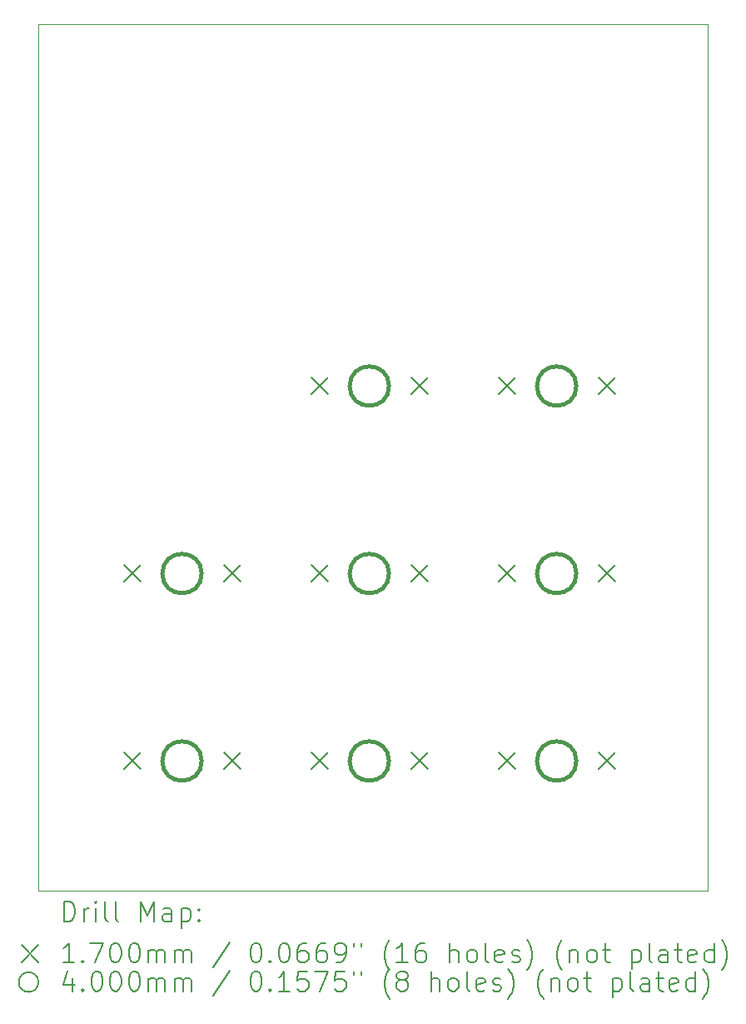
<source format=gbr>
%TF.GenerationSoftware,KiCad,Pcbnew,9.0.3*%
%TF.CreationDate,2025-07-29T19:54:15+10:00*%
%TF.ProjectId,NyaPad,4e796150-6164-42e6-9b69-6361645f7063,rev?*%
%TF.SameCoordinates,Original*%
%TF.FileFunction,Drillmap*%
%TF.FilePolarity,Positive*%
%FSLAX45Y45*%
G04 Gerber Fmt 4.5, Leading zero omitted, Abs format (unit mm)*
G04 Created by KiCad (PCBNEW 9.0.3) date 2025-07-29 19:54:15*
%MOMM*%
%LPD*%
G01*
G04 APERTURE LIST*
%ADD10C,0.050000*%
%ADD11C,0.200000*%
%ADD12C,0.170000*%
%ADD13C,0.400000*%
G04 APERTURE END LIST*
D10*
X10020000Y-6200000D02*
X16820000Y-6200000D01*
X16820000Y-15000000D01*
X10020000Y-15000000D01*
X10020000Y-6200000D01*
D11*
D12*
X10884625Y-11695772D02*
X11054625Y-11865772D01*
X11054625Y-11695772D02*
X10884625Y-11865772D01*
X10884625Y-13600772D02*
X11054625Y-13770772D01*
X11054625Y-13600772D02*
X10884625Y-13770772D01*
X11900625Y-11695772D02*
X12070625Y-11865772D01*
X12070625Y-11695772D02*
X11900625Y-11865772D01*
X11900625Y-13600772D02*
X12070625Y-13770772D01*
X12070625Y-13600772D02*
X11900625Y-13770772D01*
X12789625Y-9790773D02*
X12959625Y-9960773D01*
X12959625Y-9790773D02*
X12789625Y-9960773D01*
X12789625Y-11695772D02*
X12959625Y-11865772D01*
X12959625Y-11695772D02*
X12789625Y-11865772D01*
X12789625Y-13600772D02*
X12959625Y-13770772D01*
X12959625Y-13600772D02*
X12789625Y-13770772D01*
X13805625Y-9790773D02*
X13975625Y-9960773D01*
X13975625Y-9790773D02*
X13805625Y-9960773D01*
X13805625Y-11695772D02*
X13975625Y-11865772D01*
X13975625Y-11695772D02*
X13805625Y-11865772D01*
X13805625Y-13600772D02*
X13975625Y-13770772D01*
X13975625Y-13600772D02*
X13805625Y-13770772D01*
X14694625Y-9790773D02*
X14864625Y-9960773D01*
X14864625Y-9790773D02*
X14694625Y-9960773D01*
X14694625Y-11695772D02*
X14864625Y-11865772D01*
X14864625Y-11695772D02*
X14694625Y-11865772D01*
X14694625Y-13600772D02*
X14864625Y-13770772D01*
X14864625Y-13600772D02*
X14694625Y-13770772D01*
X15710625Y-9790773D02*
X15880625Y-9960773D01*
X15880625Y-9790773D02*
X15710625Y-9960773D01*
X15710625Y-11695772D02*
X15880625Y-11865772D01*
X15880625Y-11695772D02*
X15710625Y-11865772D01*
X15710625Y-13600772D02*
X15880625Y-13770772D01*
X15880625Y-13600772D02*
X15710625Y-13770772D01*
D13*
X11677625Y-11780772D02*
G75*
G02*
X11277625Y-11780772I-200000J0D01*
G01*
X11277625Y-11780772D02*
G75*
G02*
X11677625Y-11780772I200000J0D01*
G01*
X11677625Y-13685772D02*
G75*
G02*
X11277625Y-13685772I-200000J0D01*
G01*
X11277625Y-13685772D02*
G75*
G02*
X11677625Y-13685772I200000J0D01*
G01*
X13582625Y-9875773D02*
G75*
G02*
X13182625Y-9875773I-200000J0D01*
G01*
X13182625Y-9875773D02*
G75*
G02*
X13582625Y-9875773I200000J0D01*
G01*
X13582625Y-11780772D02*
G75*
G02*
X13182625Y-11780772I-200000J0D01*
G01*
X13182625Y-11780772D02*
G75*
G02*
X13582625Y-11780772I200000J0D01*
G01*
X13582625Y-13685772D02*
G75*
G02*
X13182625Y-13685772I-200000J0D01*
G01*
X13182625Y-13685772D02*
G75*
G02*
X13582625Y-13685772I200000J0D01*
G01*
X15487625Y-9875773D02*
G75*
G02*
X15087625Y-9875773I-200000J0D01*
G01*
X15087625Y-9875773D02*
G75*
G02*
X15487625Y-9875773I200000J0D01*
G01*
X15487625Y-11780772D02*
G75*
G02*
X15087625Y-11780772I-200000J0D01*
G01*
X15087625Y-11780772D02*
G75*
G02*
X15487625Y-11780772I200000J0D01*
G01*
X15487625Y-13685772D02*
G75*
G02*
X15087625Y-13685772I-200000J0D01*
G01*
X15087625Y-13685772D02*
G75*
G02*
X15487625Y-13685772I200000J0D01*
G01*
D11*
X10278277Y-15313984D02*
X10278277Y-15113984D01*
X10278277Y-15113984D02*
X10325896Y-15113984D01*
X10325896Y-15113984D02*
X10354467Y-15123508D01*
X10354467Y-15123508D02*
X10373515Y-15142555D01*
X10373515Y-15142555D02*
X10383039Y-15161603D01*
X10383039Y-15161603D02*
X10392563Y-15199698D01*
X10392563Y-15199698D02*
X10392563Y-15228269D01*
X10392563Y-15228269D02*
X10383039Y-15266365D01*
X10383039Y-15266365D02*
X10373515Y-15285412D01*
X10373515Y-15285412D02*
X10354467Y-15304460D01*
X10354467Y-15304460D02*
X10325896Y-15313984D01*
X10325896Y-15313984D02*
X10278277Y-15313984D01*
X10478277Y-15313984D02*
X10478277Y-15180650D01*
X10478277Y-15218746D02*
X10487801Y-15199698D01*
X10487801Y-15199698D02*
X10497324Y-15190174D01*
X10497324Y-15190174D02*
X10516372Y-15180650D01*
X10516372Y-15180650D02*
X10535420Y-15180650D01*
X10602086Y-15313984D02*
X10602086Y-15180650D01*
X10602086Y-15113984D02*
X10592563Y-15123508D01*
X10592563Y-15123508D02*
X10602086Y-15133031D01*
X10602086Y-15133031D02*
X10611610Y-15123508D01*
X10611610Y-15123508D02*
X10602086Y-15113984D01*
X10602086Y-15113984D02*
X10602086Y-15133031D01*
X10725896Y-15313984D02*
X10706848Y-15304460D01*
X10706848Y-15304460D02*
X10697324Y-15285412D01*
X10697324Y-15285412D02*
X10697324Y-15113984D01*
X10830658Y-15313984D02*
X10811610Y-15304460D01*
X10811610Y-15304460D02*
X10802086Y-15285412D01*
X10802086Y-15285412D02*
X10802086Y-15113984D01*
X11059229Y-15313984D02*
X11059229Y-15113984D01*
X11059229Y-15113984D02*
X11125896Y-15256841D01*
X11125896Y-15256841D02*
X11192562Y-15113984D01*
X11192562Y-15113984D02*
X11192562Y-15313984D01*
X11373515Y-15313984D02*
X11373515Y-15209222D01*
X11373515Y-15209222D02*
X11363991Y-15190174D01*
X11363991Y-15190174D02*
X11344943Y-15180650D01*
X11344943Y-15180650D02*
X11306848Y-15180650D01*
X11306848Y-15180650D02*
X11287801Y-15190174D01*
X11373515Y-15304460D02*
X11354467Y-15313984D01*
X11354467Y-15313984D02*
X11306848Y-15313984D01*
X11306848Y-15313984D02*
X11287801Y-15304460D01*
X11287801Y-15304460D02*
X11278277Y-15285412D01*
X11278277Y-15285412D02*
X11278277Y-15266365D01*
X11278277Y-15266365D02*
X11287801Y-15247317D01*
X11287801Y-15247317D02*
X11306848Y-15237793D01*
X11306848Y-15237793D02*
X11354467Y-15237793D01*
X11354467Y-15237793D02*
X11373515Y-15228269D01*
X11468753Y-15180650D02*
X11468753Y-15380650D01*
X11468753Y-15190174D02*
X11487801Y-15180650D01*
X11487801Y-15180650D02*
X11525896Y-15180650D01*
X11525896Y-15180650D02*
X11544943Y-15190174D01*
X11544943Y-15190174D02*
X11554467Y-15199698D01*
X11554467Y-15199698D02*
X11563991Y-15218746D01*
X11563991Y-15218746D02*
X11563991Y-15275888D01*
X11563991Y-15275888D02*
X11554467Y-15294936D01*
X11554467Y-15294936D02*
X11544943Y-15304460D01*
X11544943Y-15304460D02*
X11525896Y-15313984D01*
X11525896Y-15313984D02*
X11487801Y-15313984D01*
X11487801Y-15313984D02*
X11468753Y-15304460D01*
X11649705Y-15294936D02*
X11659229Y-15304460D01*
X11659229Y-15304460D02*
X11649705Y-15313984D01*
X11649705Y-15313984D02*
X11640182Y-15304460D01*
X11640182Y-15304460D02*
X11649705Y-15294936D01*
X11649705Y-15294936D02*
X11649705Y-15313984D01*
X11649705Y-15190174D02*
X11659229Y-15199698D01*
X11659229Y-15199698D02*
X11649705Y-15209222D01*
X11649705Y-15209222D02*
X11640182Y-15199698D01*
X11640182Y-15199698D02*
X11649705Y-15190174D01*
X11649705Y-15190174D02*
X11649705Y-15209222D01*
D12*
X9847500Y-15557500D02*
X10017500Y-15727500D01*
X10017500Y-15557500D02*
X9847500Y-15727500D01*
D11*
X10383039Y-15733984D02*
X10268753Y-15733984D01*
X10325896Y-15733984D02*
X10325896Y-15533984D01*
X10325896Y-15533984D02*
X10306848Y-15562555D01*
X10306848Y-15562555D02*
X10287801Y-15581603D01*
X10287801Y-15581603D02*
X10268753Y-15591127D01*
X10468753Y-15714936D02*
X10478277Y-15724460D01*
X10478277Y-15724460D02*
X10468753Y-15733984D01*
X10468753Y-15733984D02*
X10459229Y-15724460D01*
X10459229Y-15724460D02*
X10468753Y-15714936D01*
X10468753Y-15714936D02*
X10468753Y-15733984D01*
X10544944Y-15533984D02*
X10678277Y-15533984D01*
X10678277Y-15533984D02*
X10592563Y-15733984D01*
X10792563Y-15533984D02*
X10811610Y-15533984D01*
X10811610Y-15533984D02*
X10830658Y-15543508D01*
X10830658Y-15543508D02*
X10840182Y-15553031D01*
X10840182Y-15553031D02*
X10849705Y-15572079D01*
X10849705Y-15572079D02*
X10859229Y-15610174D01*
X10859229Y-15610174D02*
X10859229Y-15657793D01*
X10859229Y-15657793D02*
X10849705Y-15695888D01*
X10849705Y-15695888D02*
X10840182Y-15714936D01*
X10840182Y-15714936D02*
X10830658Y-15724460D01*
X10830658Y-15724460D02*
X10811610Y-15733984D01*
X10811610Y-15733984D02*
X10792563Y-15733984D01*
X10792563Y-15733984D02*
X10773515Y-15724460D01*
X10773515Y-15724460D02*
X10763991Y-15714936D01*
X10763991Y-15714936D02*
X10754467Y-15695888D01*
X10754467Y-15695888D02*
X10744944Y-15657793D01*
X10744944Y-15657793D02*
X10744944Y-15610174D01*
X10744944Y-15610174D02*
X10754467Y-15572079D01*
X10754467Y-15572079D02*
X10763991Y-15553031D01*
X10763991Y-15553031D02*
X10773515Y-15543508D01*
X10773515Y-15543508D02*
X10792563Y-15533984D01*
X10983039Y-15533984D02*
X11002086Y-15533984D01*
X11002086Y-15533984D02*
X11021134Y-15543508D01*
X11021134Y-15543508D02*
X11030658Y-15553031D01*
X11030658Y-15553031D02*
X11040182Y-15572079D01*
X11040182Y-15572079D02*
X11049705Y-15610174D01*
X11049705Y-15610174D02*
X11049705Y-15657793D01*
X11049705Y-15657793D02*
X11040182Y-15695888D01*
X11040182Y-15695888D02*
X11030658Y-15714936D01*
X11030658Y-15714936D02*
X11021134Y-15724460D01*
X11021134Y-15724460D02*
X11002086Y-15733984D01*
X11002086Y-15733984D02*
X10983039Y-15733984D01*
X10983039Y-15733984D02*
X10963991Y-15724460D01*
X10963991Y-15724460D02*
X10954467Y-15714936D01*
X10954467Y-15714936D02*
X10944944Y-15695888D01*
X10944944Y-15695888D02*
X10935420Y-15657793D01*
X10935420Y-15657793D02*
X10935420Y-15610174D01*
X10935420Y-15610174D02*
X10944944Y-15572079D01*
X10944944Y-15572079D02*
X10954467Y-15553031D01*
X10954467Y-15553031D02*
X10963991Y-15543508D01*
X10963991Y-15543508D02*
X10983039Y-15533984D01*
X11135420Y-15733984D02*
X11135420Y-15600650D01*
X11135420Y-15619698D02*
X11144944Y-15610174D01*
X11144944Y-15610174D02*
X11163991Y-15600650D01*
X11163991Y-15600650D02*
X11192563Y-15600650D01*
X11192563Y-15600650D02*
X11211610Y-15610174D01*
X11211610Y-15610174D02*
X11221134Y-15629222D01*
X11221134Y-15629222D02*
X11221134Y-15733984D01*
X11221134Y-15629222D02*
X11230658Y-15610174D01*
X11230658Y-15610174D02*
X11249705Y-15600650D01*
X11249705Y-15600650D02*
X11278277Y-15600650D01*
X11278277Y-15600650D02*
X11297324Y-15610174D01*
X11297324Y-15610174D02*
X11306848Y-15629222D01*
X11306848Y-15629222D02*
X11306848Y-15733984D01*
X11402086Y-15733984D02*
X11402086Y-15600650D01*
X11402086Y-15619698D02*
X11411610Y-15610174D01*
X11411610Y-15610174D02*
X11430658Y-15600650D01*
X11430658Y-15600650D02*
X11459229Y-15600650D01*
X11459229Y-15600650D02*
X11478277Y-15610174D01*
X11478277Y-15610174D02*
X11487801Y-15629222D01*
X11487801Y-15629222D02*
X11487801Y-15733984D01*
X11487801Y-15629222D02*
X11497324Y-15610174D01*
X11497324Y-15610174D02*
X11516372Y-15600650D01*
X11516372Y-15600650D02*
X11544943Y-15600650D01*
X11544943Y-15600650D02*
X11563991Y-15610174D01*
X11563991Y-15610174D02*
X11573515Y-15629222D01*
X11573515Y-15629222D02*
X11573515Y-15733984D01*
X11963991Y-15524460D02*
X11792563Y-15781603D01*
X12221134Y-15533984D02*
X12240182Y-15533984D01*
X12240182Y-15533984D02*
X12259229Y-15543508D01*
X12259229Y-15543508D02*
X12268753Y-15553031D01*
X12268753Y-15553031D02*
X12278277Y-15572079D01*
X12278277Y-15572079D02*
X12287801Y-15610174D01*
X12287801Y-15610174D02*
X12287801Y-15657793D01*
X12287801Y-15657793D02*
X12278277Y-15695888D01*
X12278277Y-15695888D02*
X12268753Y-15714936D01*
X12268753Y-15714936D02*
X12259229Y-15724460D01*
X12259229Y-15724460D02*
X12240182Y-15733984D01*
X12240182Y-15733984D02*
X12221134Y-15733984D01*
X12221134Y-15733984D02*
X12202086Y-15724460D01*
X12202086Y-15724460D02*
X12192563Y-15714936D01*
X12192563Y-15714936D02*
X12183039Y-15695888D01*
X12183039Y-15695888D02*
X12173515Y-15657793D01*
X12173515Y-15657793D02*
X12173515Y-15610174D01*
X12173515Y-15610174D02*
X12183039Y-15572079D01*
X12183039Y-15572079D02*
X12192563Y-15553031D01*
X12192563Y-15553031D02*
X12202086Y-15543508D01*
X12202086Y-15543508D02*
X12221134Y-15533984D01*
X12373515Y-15714936D02*
X12383039Y-15724460D01*
X12383039Y-15724460D02*
X12373515Y-15733984D01*
X12373515Y-15733984D02*
X12363991Y-15724460D01*
X12363991Y-15724460D02*
X12373515Y-15714936D01*
X12373515Y-15714936D02*
X12373515Y-15733984D01*
X12506848Y-15533984D02*
X12525896Y-15533984D01*
X12525896Y-15533984D02*
X12544944Y-15543508D01*
X12544944Y-15543508D02*
X12554467Y-15553031D01*
X12554467Y-15553031D02*
X12563991Y-15572079D01*
X12563991Y-15572079D02*
X12573515Y-15610174D01*
X12573515Y-15610174D02*
X12573515Y-15657793D01*
X12573515Y-15657793D02*
X12563991Y-15695888D01*
X12563991Y-15695888D02*
X12554467Y-15714936D01*
X12554467Y-15714936D02*
X12544944Y-15724460D01*
X12544944Y-15724460D02*
X12525896Y-15733984D01*
X12525896Y-15733984D02*
X12506848Y-15733984D01*
X12506848Y-15733984D02*
X12487801Y-15724460D01*
X12487801Y-15724460D02*
X12478277Y-15714936D01*
X12478277Y-15714936D02*
X12468753Y-15695888D01*
X12468753Y-15695888D02*
X12459229Y-15657793D01*
X12459229Y-15657793D02*
X12459229Y-15610174D01*
X12459229Y-15610174D02*
X12468753Y-15572079D01*
X12468753Y-15572079D02*
X12478277Y-15553031D01*
X12478277Y-15553031D02*
X12487801Y-15543508D01*
X12487801Y-15543508D02*
X12506848Y-15533984D01*
X12744944Y-15533984D02*
X12706848Y-15533984D01*
X12706848Y-15533984D02*
X12687801Y-15543508D01*
X12687801Y-15543508D02*
X12678277Y-15553031D01*
X12678277Y-15553031D02*
X12659229Y-15581603D01*
X12659229Y-15581603D02*
X12649706Y-15619698D01*
X12649706Y-15619698D02*
X12649706Y-15695888D01*
X12649706Y-15695888D02*
X12659229Y-15714936D01*
X12659229Y-15714936D02*
X12668753Y-15724460D01*
X12668753Y-15724460D02*
X12687801Y-15733984D01*
X12687801Y-15733984D02*
X12725896Y-15733984D01*
X12725896Y-15733984D02*
X12744944Y-15724460D01*
X12744944Y-15724460D02*
X12754467Y-15714936D01*
X12754467Y-15714936D02*
X12763991Y-15695888D01*
X12763991Y-15695888D02*
X12763991Y-15648269D01*
X12763991Y-15648269D02*
X12754467Y-15629222D01*
X12754467Y-15629222D02*
X12744944Y-15619698D01*
X12744944Y-15619698D02*
X12725896Y-15610174D01*
X12725896Y-15610174D02*
X12687801Y-15610174D01*
X12687801Y-15610174D02*
X12668753Y-15619698D01*
X12668753Y-15619698D02*
X12659229Y-15629222D01*
X12659229Y-15629222D02*
X12649706Y-15648269D01*
X12935420Y-15533984D02*
X12897325Y-15533984D01*
X12897325Y-15533984D02*
X12878277Y-15543508D01*
X12878277Y-15543508D02*
X12868753Y-15553031D01*
X12868753Y-15553031D02*
X12849706Y-15581603D01*
X12849706Y-15581603D02*
X12840182Y-15619698D01*
X12840182Y-15619698D02*
X12840182Y-15695888D01*
X12840182Y-15695888D02*
X12849706Y-15714936D01*
X12849706Y-15714936D02*
X12859229Y-15724460D01*
X12859229Y-15724460D02*
X12878277Y-15733984D01*
X12878277Y-15733984D02*
X12916372Y-15733984D01*
X12916372Y-15733984D02*
X12935420Y-15724460D01*
X12935420Y-15724460D02*
X12944944Y-15714936D01*
X12944944Y-15714936D02*
X12954467Y-15695888D01*
X12954467Y-15695888D02*
X12954467Y-15648269D01*
X12954467Y-15648269D02*
X12944944Y-15629222D01*
X12944944Y-15629222D02*
X12935420Y-15619698D01*
X12935420Y-15619698D02*
X12916372Y-15610174D01*
X12916372Y-15610174D02*
X12878277Y-15610174D01*
X12878277Y-15610174D02*
X12859229Y-15619698D01*
X12859229Y-15619698D02*
X12849706Y-15629222D01*
X12849706Y-15629222D02*
X12840182Y-15648269D01*
X13049706Y-15733984D02*
X13087801Y-15733984D01*
X13087801Y-15733984D02*
X13106848Y-15724460D01*
X13106848Y-15724460D02*
X13116372Y-15714936D01*
X13116372Y-15714936D02*
X13135420Y-15686365D01*
X13135420Y-15686365D02*
X13144944Y-15648269D01*
X13144944Y-15648269D02*
X13144944Y-15572079D01*
X13144944Y-15572079D02*
X13135420Y-15553031D01*
X13135420Y-15553031D02*
X13125896Y-15543508D01*
X13125896Y-15543508D02*
X13106848Y-15533984D01*
X13106848Y-15533984D02*
X13068753Y-15533984D01*
X13068753Y-15533984D02*
X13049706Y-15543508D01*
X13049706Y-15543508D02*
X13040182Y-15553031D01*
X13040182Y-15553031D02*
X13030658Y-15572079D01*
X13030658Y-15572079D02*
X13030658Y-15619698D01*
X13030658Y-15619698D02*
X13040182Y-15638746D01*
X13040182Y-15638746D02*
X13049706Y-15648269D01*
X13049706Y-15648269D02*
X13068753Y-15657793D01*
X13068753Y-15657793D02*
X13106848Y-15657793D01*
X13106848Y-15657793D02*
X13125896Y-15648269D01*
X13125896Y-15648269D02*
X13135420Y-15638746D01*
X13135420Y-15638746D02*
X13144944Y-15619698D01*
X13221134Y-15533984D02*
X13221134Y-15572079D01*
X13297325Y-15533984D02*
X13297325Y-15572079D01*
X13592563Y-15810174D02*
X13583039Y-15800650D01*
X13583039Y-15800650D02*
X13563991Y-15772079D01*
X13563991Y-15772079D02*
X13554468Y-15753031D01*
X13554468Y-15753031D02*
X13544944Y-15724460D01*
X13544944Y-15724460D02*
X13535420Y-15676841D01*
X13535420Y-15676841D02*
X13535420Y-15638746D01*
X13535420Y-15638746D02*
X13544944Y-15591127D01*
X13544944Y-15591127D02*
X13554468Y-15562555D01*
X13554468Y-15562555D02*
X13563991Y-15543508D01*
X13563991Y-15543508D02*
X13583039Y-15514936D01*
X13583039Y-15514936D02*
X13592563Y-15505412D01*
X13773515Y-15733984D02*
X13659229Y-15733984D01*
X13716372Y-15733984D02*
X13716372Y-15533984D01*
X13716372Y-15533984D02*
X13697325Y-15562555D01*
X13697325Y-15562555D02*
X13678277Y-15581603D01*
X13678277Y-15581603D02*
X13659229Y-15591127D01*
X13944944Y-15533984D02*
X13906848Y-15533984D01*
X13906848Y-15533984D02*
X13887801Y-15543508D01*
X13887801Y-15543508D02*
X13878277Y-15553031D01*
X13878277Y-15553031D02*
X13859229Y-15581603D01*
X13859229Y-15581603D02*
X13849706Y-15619698D01*
X13849706Y-15619698D02*
X13849706Y-15695888D01*
X13849706Y-15695888D02*
X13859229Y-15714936D01*
X13859229Y-15714936D02*
X13868753Y-15724460D01*
X13868753Y-15724460D02*
X13887801Y-15733984D01*
X13887801Y-15733984D02*
X13925896Y-15733984D01*
X13925896Y-15733984D02*
X13944944Y-15724460D01*
X13944944Y-15724460D02*
X13954468Y-15714936D01*
X13954468Y-15714936D02*
X13963991Y-15695888D01*
X13963991Y-15695888D02*
X13963991Y-15648269D01*
X13963991Y-15648269D02*
X13954468Y-15629222D01*
X13954468Y-15629222D02*
X13944944Y-15619698D01*
X13944944Y-15619698D02*
X13925896Y-15610174D01*
X13925896Y-15610174D02*
X13887801Y-15610174D01*
X13887801Y-15610174D02*
X13868753Y-15619698D01*
X13868753Y-15619698D02*
X13859229Y-15629222D01*
X13859229Y-15629222D02*
X13849706Y-15648269D01*
X14202087Y-15733984D02*
X14202087Y-15533984D01*
X14287801Y-15733984D02*
X14287801Y-15629222D01*
X14287801Y-15629222D02*
X14278277Y-15610174D01*
X14278277Y-15610174D02*
X14259230Y-15600650D01*
X14259230Y-15600650D02*
X14230658Y-15600650D01*
X14230658Y-15600650D02*
X14211610Y-15610174D01*
X14211610Y-15610174D02*
X14202087Y-15619698D01*
X14411610Y-15733984D02*
X14392563Y-15724460D01*
X14392563Y-15724460D02*
X14383039Y-15714936D01*
X14383039Y-15714936D02*
X14373515Y-15695888D01*
X14373515Y-15695888D02*
X14373515Y-15638746D01*
X14373515Y-15638746D02*
X14383039Y-15619698D01*
X14383039Y-15619698D02*
X14392563Y-15610174D01*
X14392563Y-15610174D02*
X14411610Y-15600650D01*
X14411610Y-15600650D02*
X14440182Y-15600650D01*
X14440182Y-15600650D02*
X14459230Y-15610174D01*
X14459230Y-15610174D02*
X14468753Y-15619698D01*
X14468753Y-15619698D02*
X14478277Y-15638746D01*
X14478277Y-15638746D02*
X14478277Y-15695888D01*
X14478277Y-15695888D02*
X14468753Y-15714936D01*
X14468753Y-15714936D02*
X14459230Y-15724460D01*
X14459230Y-15724460D02*
X14440182Y-15733984D01*
X14440182Y-15733984D02*
X14411610Y-15733984D01*
X14592563Y-15733984D02*
X14573515Y-15724460D01*
X14573515Y-15724460D02*
X14563991Y-15705412D01*
X14563991Y-15705412D02*
X14563991Y-15533984D01*
X14744944Y-15724460D02*
X14725896Y-15733984D01*
X14725896Y-15733984D02*
X14687801Y-15733984D01*
X14687801Y-15733984D02*
X14668753Y-15724460D01*
X14668753Y-15724460D02*
X14659230Y-15705412D01*
X14659230Y-15705412D02*
X14659230Y-15629222D01*
X14659230Y-15629222D02*
X14668753Y-15610174D01*
X14668753Y-15610174D02*
X14687801Y-15600650D01*
X14687801Y-15600650D02*
X14725896Y-15600650D01*
X14725896Y-15600650D02*
X14744944Y-15610174D01*
X14744944Y-15610174D02*
X14754468Y-15629222D01*
X14754468Y-15629222D02*
X14754468Y-15648269D01*
X14754468Y-15648269D02*
X14659230Y-15667317D01*
X14830658Y-15724460D02*
X14849706Y-15733984D01*
X14849706Y-15733984D02*
X14887801Y-15733984D01*
X14887801Y-15733984D02*
X14906849Y-15724460D01*
X14906849Y-15724460D02*
X14916372Y-15705412D01*
X14916372Y-15705412D02*
X14916372Y-15695888D01*
X14916372Y-15695888D02*
X14906849Y-15676841D01*
X14906849Y-15676841D02*
X14887801Y-15667317D01*
X14887801Y-15667317D02*
X14859230Y-15667317D01*
X14859230Y-15667317D02*
X14840182Y-15657793D01*
X14840182Y-15657793D02*
X14830658Y-15638746D01*
X14830658Y-15638746D02*
X14830658Y-15629222D01*
X14830658Y-15629222D02*
X14840182Y-15610174D01*
X14840182Y-15610174D02*
X14859230Y-15600650D01*
X14859230Y-15600650D02*
X14887801Y-15600650D01*
X14887801Y-15600650D02*
X14906849Y-15610174D01*
X14983039Y-15810174D02*
X14992563Y-15800650D01*
X14992563Y-15800650D02*
X15011611Y-15772079D01*
X15011611Y-15772079D02*
X15021134Y-15753031D01*
X15021134Y-15753031D02*
X15030658Y-15724460D01*
X15030658Y-15724460D02*
X15040182Y-15676841D01*
X15040182Y-15676841D02*
X15040182Y-15638746D01*
X15040182Y-15638746D02*
X15030658Y-15591127D01*
X15030658Y-15591127D02*
X15021134Y-15562555D01*
X15021134Y-15562555D02*
X15011611Y-15543508D01*
X15011611Y-15543508D02*
X14992563Y-15514936D01*
X14992563Y-15514936D02*
X14983039Y-15505412D01*
X15344944Y-15810174D02*
X15335420Y-15800650D01*
X15335420Y-15800650D02*
X15316372Y-15772079D01*
X15316372Y-15772079D02*
X15306849Y-15753031D01*
X15306849Y-15753031D02*
X15297325Y-15724460D01*
X15297325Y-15724460D02*
X15287801Y-15676841D01*
X15287801Y-15676841D02*
X15287801Y-15638746D01*
X15287801Y-15638746D02*
X15297325Y-15591127D01*
X15297325Y-15591127D02*
X15306849Y-15562555D01*
X15306849Y-15562555D02*
X15316372Y-15543508D01*
X15316372Y-15543508D02*
X15335420Y-15514936D01*
X15335420Y-15514936D02*
X15344944Y-15505412D01*
X15421134Y-15600650D02*
X15421134Y-15733984D01*
X15421134Y-15619698D02*
X15430658Y-15610174D01*
X15430658Y-15610174D02*
X15449706Y-15600650D01*
X15449706Y-15600650D02*
X15478277Y-15600650D01*
X15478277Y-15600650D02*
X15497325Y-15610174D01*
X15497325Y-15610174D02*
X15506849Y-15629222D01*
X15506849Y-15629222D02*
X15506849Y-15733984D01*
X15630658Y-15733984D02*
X15611611Y-15724460D01*
X15611611Y-15724460D02*
X15602087Y-15714936D01*
X15602087Y-15714936D02*
X15592563Y-15695888D01*
X15592563Y-15695888D02*
X15592563Y-15638746D01*
X15592563Y-15638746D02*
X15602087Y-15619698D01*
X15602087Y-15619698D02*
X15611611Y-15610174D01*
X15611611Y-15610174D02*
X15630658Y-15600650D01*
X15630658Y-15600650D02*
X15659230Y-15600650D01*
X15659230Y-15600650D02*
X15678277Y-15610174D01*
X15678277Y-15610174D02*
X15687801Y-15619698D01*
X15687801Y-15619698D02*
X15697325Y-15638746D01*
X15697325Y-15638746D02*
X15697325Y-15695888D01*
X15697325Y-15695888D02*
X15687801Y-15714936D01*
X15687801Y-15714936D02*
X15678277Y-15724460D01*
X15678277Y-15724460D02*
X15659230Y-15733984D01*
X15659230Y-15733984D02*
X15630658Y-15733984D01*
X15754468Y-15600650D02*
X15830658Y-15600650D01*
X15783039Y-15533984D02*
X15783039Y-15705412D01*
X15783039Y-15705412D02*
X15792563Y-15724460D01*
X15792563Y-15724460D02*
X15811611Y-15733984D01*
X15811611Y-15733984D02*
X15830658Y-15733984D01*
X16049706Y-15600650D02*
X16049706Y-15800650D01*
X16049706Y-15610174D02*
X16068753Y-15600650D01*
X16068753Y-15600650D02*
X16106849Y-15600650D01*
X16106849Y-15600650D02*
X16125896Y-15610174D01*
X16125896Y-15610174D02*
X16135420Y-15619698D01*
X16135420Y-15619698D02*
X16144944Y-15638746D01*
X16144944Y-15638746D02*
X16144944Y-15695888D01*
X16144944Y-15695888D02*
X16135420Y-15714936D01*
X16135420Y-15714936D02*
X16125896Y-15724460D01*
X16125896Y-15724460D02*
X16106849Y-15733984D01*
X16106849Y-15733984D02*
X16068753Y-15733984D01*
X16068753Y-15733984D02*
X16049706Y-15724460D01*
X16259230Y-15733984D02*
X16240182Y-15724460D01*
X16240182Y-15724460D02*
X16230658Y-15705412D01*
X16230658Y-15705412D02*
X16230658Y-15533984D01*
X16421134Y-15733984D02*
X16421134Y-15629222D01*
X16421134Y-15629222D02*
X16411611Y-15610174D01*
X16411611Y-15610174D02*
X16392563Y-15600650D01*
X16392563Y-15600650D02*
X16354468Y-15600650D01*
X16354468Y-15600650D02*
X16335420Y-15610174D01*
X16421134Y-15724460D02*
X16402087Y-15733984D01*
X16402087Y-15733984D02*
X16354468Y-15733984D01*
X16354468Y-15733984D02*
X16335420Y-15724460D01*
X16335420Y-15724460D02*
X16325896Y-15705412D01*
X16325896Y-15705412D02*
X16325896Y-15686365D01*
X16325896Y-15686365D02*
X16335420Y-15667317D01*
X16335420Y-15667317D02*
X16354468Y-15657793D01*
X16354468Y-15657793D02*
X16402087Y-15657793D01*
X16402087Y-15657793D02*
X16421134Y-15648269D01*
X16487801Y-15600650D02*
X16563992Y-15600650D01*
X16516373Y-15533984D02*
X16516373Y-15705412D01*
X16516373Y-15705412D02*
X16525896Y-15724460D01*
X16525896Y-15724460D02*
X16544944Y-15733984D01*
X16544944Y-15733984D02*
X16563992Y-15733984D01*
X16706849Y-15724460D02*
X16687801Y-15733984D01*
X16687801Y-15733984D02*
X16649706Y-15733984D01*
X16649706Y-15733984D02*
X16630658Y-15724460D01*
X16630658Y-15724460D02*
X16621134Y-15705412D01*
X16621134Y-15705412D02*
X16621134Y-15629222D01*
X16621134Y-15629222D02*
X16630658Y-15610174D01*
X16630658Y-15610174D02*
X16649706Y-15600650D01*
X16649706Y-15600650D02*
X16687801Y-15600650D01*
X16687801Y-15600650D02*
X16706849Y-15610174D01*
X16706849Y-15610174D02*
X16716373Y-15629222D01*
X16716373Y-15629222D02*
X16716373Y-15648269D01*
X16716373Y-15648269D02*
X16621134Y-15667317D01*
X16887801Y-15733984D02*
X16887801Y-15533984D01*
X16887801Y-15724460D02*
X16868754Y-15733984D01*
X16868754Y-15733984D02*
X16830658Y-15733984D01*
X16830658Y-15733984D02*
X16811611Y-15724460D01*
X16811611Y-15724460D02*
X16802087Y-15714936D01*
X16802087Y-15714936D02*
X16792563Y-15695888D01*
X16792563Y-15695888D02*
X16792563Y-15638746D01*
X16792563Y-15638746D02*
X16802087Y-15619698D01*
X16802087Y-15619698D02*
X16811611Y-15610174D01*
X16811611Y-15610174D02*
X16830658Y-15600650D01*
X16830658Y-15600650D02*
X16868754Y-15600650D01*
X16868754Y-15600650D02*
X16887801Y-15610174D01*
X16963992Y-15810174D02*
X16973516Y-15800650D01*
X16973516Y-15800650D02*
X16992563Y-15772079D01*
X16992563Y-15772079D02*
X17002087Y-15753031D01*
X17002087Y-15753031D02*
X17011611Y-15724460D01*
X17011611Y-15724460D02*
X17021135Y-15676841D01*
X17021135Y-15676841D02*
X17021135Y-15638746D01*
X17021135Y-15638746D02*
X17011611Y-15591127D01*
X17011611Y-15591127D02*
X17002087Y-15562555D01*
X17002087Y-15562555D02*
X16992563Y-15543508D01*
X16992563Y-15543508D02*
X16973516Y-15514936D01*
X16973516Y-15514936D02*
X16963992Y-15505412D01*
X10017500Y-15932500D02*
G75*
G02*
X9817500Y-15932500I-100000J0D01*
G01*
X9817500Y-15932500D02*
G75*
G02*
X10017500Y-15932500I100000J0D01*
G01*
X10363991Y-15890650D02*
X10363991Y-16023984D01*
X10316372Y-15814460D02*
X10268753Y-15957317D01*
X10268753Y-15957317D02*
X10392563Y-15957317D01*
X10468753Y-16004936D02*
X10478277Y-16014460D01*
X10478277Y-16014460D02*
X10468753Y-16023984D01*
X10468753Y-16023984D02*
X10459229Y-16014460D01*
X10459229Y-16014460D02*
X10468753Y-16004936D01*
X10468753Y-16004936D02*
X10468753Y-16023984D01*
X10602086Y-15823984D02*
X10621134Y-15823984D01*
X10621134Y-15823984D02*
X10640182Y-15833508D01*
X10640182Y-15833508D02*
X10649705Y-15843031D01*
X10649705Y-15843031D02*
X10659229Y-15862079D01*
X10659229Y-15862079D02*
X10668753Y-15900174D01*
X10668753Y-15900174D02*
X10668753Y-15947793D01*
X10668753Y-15947793D02*
X10659229Y-15985888D01*
X10659229Y-15985888D02*
X10649705Y-16004936D01*
X10649705Y-16004936D02*
X10640182Y-16014460D01*
X10640182Y-16014460D02*
X10621134Y-16023984D01*
X10621134Y-16023984D02*
X10602086Y-16023984D01*
X10602086Y-16023984D02*
X10583039Y-16014460D01*
X10583039Y-16014460D02*
X10573515Y-16004936D01*
X10573515Y-16004936D02*
X10563991Y-15985888D01*
X10563991Y-15985888D02*
X10554467Y-15947793D01*
X10554467Y-15947793D02*
X10554467Y-15900174D01*
X10554467Y-15900174D02*
X10563991Y-15862079D01*
X10563991Y-15862079D02*
X10573515Y-15843031D01*
X10573515Y-15843031D02*
X10583039Y-15833508D01*
X10583039Y-15833508D02*
X10602086Y-15823984D01*
X10792563Y-15823984D02*
X10811610Y-15823984D01*
X10811610Y-15823984D02*
X10830658Y-15833508D01*
X10830658Y-15833508D02*
X10840182Y-15843031D01*
X10840182Y-15843031D02*
X10849705Y-15862079D01*
X10849705Y-15862079D02*
X10859229Y-15900174D01*
X10859229Y-15900174D02*
X10859229Y-15947793D01*
X10859229Y-15947793D02*
X10849705Y-15985888D01*
X10849705Y-15985888D02*
X10840182Y-16004936D01*
X10840182Y-16004936D02*
X10830658Y-16014460D01*
X10830658Y-16014460D02*
X10811610Y-16023984D01*
X10811610Y-16023984D02*
X10792563Y-16023984D01*
X10792563Y-16023984D02*
X10773515Y-16014460D01*
X10773515Y-16014460D02*
X10763991Y-16004936D01*
X10763991Y-16004936D02*
X10754467Y-15985888D01*
X10754467Y-15985888D02*
X10744944Y-15947793D01*
X10744944Y-15947793D02*
X10744944Y-15900174D01*
X10744944Y-15900174D02*
X10754467Y-15862079D01*
X10754467Y-15862079D02*
X10763991Y-15843031D01*
X10763991Y-15843031D02*
X10773515Y-15833508D01*
X10773515Y-15833508D02*
X10792563Y-15823984D01*
X10983039Y-15823984D02*
X11002086Y-15823984D01*
X11002086Y-15823984D02*
X11021134Y-15833508D01*
X11021134Y-15833508D02*
X11030658Y-15843031D01*
X11030658Y-15843031D02*
X11040182Y-15862079D01*
X11040182Y-15862079D02*
X11049705Y-15900174D01*
X11049705Y-15900174D02*
X11049705Y-15947793D01*
X11049705Y-15947793D02*
X11040182Y-15985888D01*
X11040182Y-15985888D02*
X11030658Y-16004936D01*
X11030658Y-16004936D02*
X11021134Y-16014460D01*
X11021134Y-16014460D02*
X11002086Y-16023984D01*
X11002086Y-16023984D02*
X10983039Y-16023984D01*
X10983039Y-16023984D02*
X10963991Y-16014460D01*
X10963991Y-16014460D02*
X10954467Y-16004936D01*
X10954467Y-16004936D02*
X10944944Y-15985888D01*
X10944944Y-15985888D02*
X10935420Y-15947793D01*
X10935420Y-15947793D02*
X10935420Y-15900174D01*
X10935420Y-15900174D02*
X10944944Y-15862079D01*
X10944944Y-15862079D02*
X10954467Y-15843031D01*
X10954467Y-15843031D02*
X10963991Y-15833508D01*
X10963991Y-15833508D02*
X10983039Y-15823984D01*
X11135420Y-16023984D02*
X11135420Y-15890650D01*
X11135420Y-15909698D02*
X11144944Y-15900174D01*
X11144944Y-15900174D02*
X11163991Y-15890650D01*
X11163991Y-15890650D02*
X11192563Y-15890650D01*
X11192563Y-15890650D02*
X11211610Y-15900174D01*
X11211610Y-15900174D02*
X11221134Y-15919222D01*
X11221134Y-15919222D02*
X11221134Y-16023984D01*
X11221134Y-15919222D02*
X11230658Y-15900174D01*
X11230658Y-15900174D02*
X11249705Y-15890650D01*
X11249705Y-15890650D02*
X11278277Y-15890650D01*
X11278277Y-15890650D02*
X11297324Y-15900174D01*
X11297324Y-15900174D02*
X11306848Y-15919222D01*
X11306848Y-15919222D02*
X11306848Y-16023984D01*
X11402086Y-16023984D02*
X11402086Y-15890650D01*
X11402086Y-15909698D02*
X11411610Y-15900174D01*
X11411610Y-15900174D02*
X11430658Y-15890650D01*
X11430658Y-15890650D02*
X11459229Y-15890650D01*
X11459229Y-15890650D02*
X11478277Y-15900174D01*
X11478277Y-15900174D02*
X11487801Y-15919222D01*
X11487801Y-15919222D02*
X11487801Y-16023984D01*
X11487801Y-15919222D02*
X11497324Y-15900174D01*
X11497324Y-15900174D02*
X11516372Y-15890650D01*
X11516372Y-15890650D02*
X11544943Y-15890650D01*
X11544943Y-15890650D02*
X11563991Y-15900174D01*
X11563991Y-15900174D02*
X11573515Y-15919222D01*
X11573515Y-15919222D02*
X11573515Y-16023984D01*
X11963991Y-15814460D02*
X11792563Y-16071603D01*
X12221134Y-15823984D02*
X12240182Y-15823984D01*
X12240182Y-15823984D02*
X12259229Y-15833508D01*
X12259229Y-15833508D02*
X12268753Y-15843031D01*
X12268753Y-15843031D02*
X12278277Y-15862079D01*
X12278277Y-15862079D02*
X12287801Y-15900174D01*
X12287801Y-15900174D02*
X12287801Y-15947793D01*
X12287801Y-15947793D02*
X12278277Y-15985888D01*
X12278277Y-15985888D02*
X12268753Y-16004936D01*
X12268753Y-16004936D02*
X12259229Y-16014460D01*
X12259229Y-16014460D02*
X12240182Y-16023984D01*
X12240182Y-16023984D02*
X12221134Y-16023984D01*
X12221134Y-16023984D02*
X12202086Y-16014460D01*
X12202086Y-16014460D02*
X12192563Y-16004936D01*
X12192563Y-16004936D02*
X12183039Y-15985888D01*
X12183039Y-15985888D02*
X12173515Y-15947793D01*
X12173515Y-15947793D02*
X12173515Y-15900174D01*
X12173515Y-15900174D02*
X12183039Y-15862079D01*
X12183039Y-15862079D02*
X12192563Y-15843031D01*
X12192563Y-15843031D02*
X12202086Y-15833508D01*
X12202086Y-15833508D02*
X12221134Y-15823984D01*
X12373515Y-16004936D02*
X12383039Y-16014460D01*
X12383039Y-16014460D02*
X12373515Y-16023984D01*
X12373515Y-16023984D02*
X12363991Y-16014460D01*
X12363991Y-16014460D02*
X12373515Y-16004936D01*
X12373515Y-16004936D02*
X12373515Y-16023984D01*
X12573515Y-16023984D02*
X12459229Y-16023984D01*
X12516372Y-16023984D02*
X12516372Y-15823984D01*
X12516372Y-15823984D02*
X12497325Y-15852555D01*
X12497325Y-15852555D02*
X12478277Y-15871603D01*
X12478277Y-15871603D02*
X12459229Y-15881127D01*
X12754467Y-15823984D02*
X12659229Y-15823984D01*
X12659229Y-15823984D02*
X12649706Y-15919222D01*
X12649706Y-15919222D02*
X12659229Y-15909698D01*
X12659229Y-15909698D02*
X12678277Y-15900174D01*
X12678277Y-15900174D02*
X12725896Y-15900174D01*
X12725896Y-15900174D02*
X12744944Y-15909698D01*
X12744944Y-15909698D02*
X12754467Y-15919222D01*
X12754467Y-15919222D02*
X12763991Y-15938269D01*
X12763991Y-15938269D02*
X12763991Y-15985888D01*
X12763991Y-15985888D02*
X12754467Y-16004936D01*
X12754467Y-16004936D02*
X12744944Y-16014460D01*
X12744944Y-16014460D02*
X12725896Y-16023984D01*
X12725896Y-16023984D02*
X12678277Y-16023984D01*
X12678277Y-16023984D02*
X12659229Y-16014460D01*
X12659229Y-16014460D02*
X12649706Y-16004936D01*
X12830658Y-15823984D02*
X12963991Y-15823984D01*
X12963991Y-15823984D02*
X12878277Y-16023984D01*
X13135420Y-15823984D02*
X13040182Y-15823984D01*
X13040182Y-15823984D02*
X13030658Y-15919222D01*
X13030658Y-15919222D02*
X13040182Y-15909698D01*
X13040182Y-15909698D02*
X13059229Y-15900174D01*
X13059229Y-15900174D02*
X13106848Y-15900174D01*
X13106848Y-15900174D02*
X13125896Y-15909698D01*
X13125896Y-15909698D02*
X13135420Y-15919222D01*
X13135420Y-15919222D02*
X13144944Y-15938269D01*
X13144944Y-15938269D02*
X13144944Y-15985888D01*
X13144944Y-15985888D02*
X13135420Y-16004936D01*
X13135420Y-16004936D02*
X13125896Y-16014460D01*
X13125896Y-16014460D02*
X13106848Y-16023984D01*
X13106848Y-16023984D02*
X13059229Y-16023984D01*
X13059229Y-16023984D02*
X13040182Y-16014460D01*
X13040182Y-16014460D02*
X13030658Y-16004936D01*
X13221134Y-15823984D02*
X13221134Y-15862079D01*
X13297325Y-15823984D02*
X13297325Y-15862079D01*
X13592563Y-16100174D02*
X13583039Y-16090650D01*
X13583039Y-16090650D02*
X13563991Y-16062079D01*
X13563991Y-16062079D02*
X13554468Y-16043031D01*
X13554468Y-16043031D02*
X13544944Y-16014460D01*
X13544944Y-16014460D02*
X13535420Y-15966841D01*
X13535420Y-15966841D02*
X13535420Y-15928746D01*
X13535420Y-15928746D02*
X13544944Y-15881127D01*
X13544944Y-15881127D02*
X13554468Y-15852555D01*
X13554468Y-15852555D02*
X13563991Y-15833508D01*
X13563991Y-15833508D02*
X13583039Y-15804936D01*
X13583039Y-15804936D02*
X13592563Y-15795412D01*
X13697325Y-15909698D02*
X13678277Y-15900174D01*
X13678277Y-15900174D02*
X13668753Y-15890650D01*
X13668753Y-15890650D02*
X13659229Y-15871603D01*
X13659229Y-15871603D02*
X13659229Y-15862079D01*
X13659229Y-15862079D02*
X13668753Y-15843031D01*
X13668753Y-15843031D02*
X13678277Y-15833508D01*
X13678277Y-15833508D02*
X13697325Y-15823984D01*
X13697325Y-15823984D02*
X13735420Y-15823984D01*
X13735420Y-15823984D02*
X13754468Y-15833508D01*
X13754468Y-15833508D02*
X13763991Y-15843031D01*
X13763991Y-15843031D02*
X13773515Y-15862079D01*
X13773515Y-15862079D02*
X13773515Y-15871603D01*
X13773515Y-15871603D02*
X13763991Y-15890650D01*
X13763991Y-15890650D02*
X13754468Y-15900174D01*
X13754468Y-15900174D02*
X13735420Y-15909698D01*
X13735420Y-15909698D02*
X13697325Y-15909698D01*
X13697325Y-15909698D02*
X13678277Y-15919222D01*
X13678277Y-15919222D02*
X13668753Y-15928746D01*
X13668753Y-15928746D02*
X13659229Y-15947793D01*
X13659229Y-15947793D02*
X13659229Y-15985888D01*
X13659229Y-15985888D02*
X13668753Y-16004936D01*
X13668753Y-16004936D02*
X13678277Y-16014460D01*
X13678277Y-16014460D02*
X13697325Y-16023984D01*
X13697325Y-16023984D02*
X13735420Y-16023984D01*
X13735420Y-16023984D02*
X13754468Y-16014460D01*
X13754468Y-16014460D02*
X13763991Y-16004936D01*
X13763991Y-16004936D02*
X13773515Y-15985888D01*
X13773515Y-15985888D02*
X13773515Y-15947793D01*
X13773515Y-15947793D02*
X13763991Y-15928746D01*
X13763991Y-15928746D02*
X13754468Y-15919222D01*
X13754468Y-15919222D02*
X13735420Y-15909698D01*
X14011610Y-16023984D02*
X14011610Y-15823984D01*
X14097325Y-16023984D02*
X14097325Y-15919222D01*
X14097325Y-15919222D02*
X14087801Y-15900174D01*
X14087801Y-15900174D02*
X14068753Y-15890650D01*
X14068753Y-15890650D02*
X14040182Y-15890650D01*
X14040182Y-15890650D02*
X14021134Y-15900174D01*
X14021134Y-15900174D02*
X14011610Y-15909698D01*
X14221134Y-16023984D02*
X14202087Y-16014460D01*
X14202087Y-16014460D02*
X14192563Y-16004936D01*
X14192563Y-16004936D02*
X14183039Y-15985888D01*
X14183039Y-15985888D02*
X14183039Y-15928746D01*
X14183039Y-15928746D02*
X14192563Y-15909698D01*
X14192563Y-15909698D02*
X14202087Y-15900174D01*
X14202087Y-15900174D02*
X14221134Y-15890650D01*
X14221134Y-15890650D02*
X14249706Y-15890650D01*
X14249706Y-15890650D02*
X14268753Y-15900174D01*
X14268753Y-15900174D02*
X14278277Y-15909698D01*
X14278277Y-15909698D02*
X14287801Y-15928746D01*
X14287801Y-15928746D02*
X14287801Y-15985888D01*
X14287801Y-15985888D02*
X14278277Y-16004936D01*
X14278277Y-16004936D02*
X14268753Y-16014460D01*
X14268753Y-16014460D02*
X14249706Y-16023984D01*
X14249706Y-16023984D02*
X14221134Y-16023984D01*
X14402087Y-16023984D02*
X14383039Y-16014460D01*
X14383039Y-16014460D02*
X14373515Y-15995412D01*
X14373515Y-15995412D02*
X14373515Y-15823984D01*
X14554468Y-16014460D02*
X14535420Y-16023984D01*
X14535420Y-16023984D02*
X14497325Y-16023984D01*
X14497325Y-16023984D02*
X14478277Y-16014460D01*
X14478277Y-16014460D02*
X14468753Y-15995412D01*
X14468753Y-15995412D02*
X14468753Y-15919222D01*
X14468753Y-15919222D02*
X14478277Y-15900174D01*
X14478277Y-15900174D02*
X14497325Y-15890650D01*
X14497325Y-15890650D02*
X14535420Y-15890650D01*
X14535420Y-15890650D02*
X14554468Y-15900174D01*
X14554468Y-15900174D02*
X14563991Y-15919222D01*
X14563991Y-15919222D02*
X14563991Y-15938269D01*
X14563991Y-15938269D02*
X14468753Y-15957317D01*
X14640182Y-16014460D02*
X14659230Y-16023984D01*
X14659230Y-16023984D02*
X14697325Y-16023984D01*
X14697325Y-16023984D02*
X14716372Y-16014460D01*
X14716372Y-16014460D02*
X14725896Y-15995412D01*
X14725896Y-15995412D02*
X14725896Y-15985888D01*
X14725896Y-15985888D02*
X14716372Y-15966841D01*
X14716372Y-15966841D02*
X14697325Y-15957317D01*
X14697325Y-15957317D02*
X14668753Y-15957317D01*
X14668753Y-15957317D02*
X14649706Y-15947793D01*
X14649706Y-15947793D02*
X14640182Y-15928746D01*
X14640182Y-15928746D02*
X14640182Y-15919222D01*
X14640182Y-15919222D02*
X14649706Y-15900174D01*
X14649706Y-15900174D02*
X14668753Y-15890650D01*
X14668753Y-15890650D02*
X14697325Y-15890650D01*
X14697325Y-15890650D02*
X14716372Y-15900174D01*
X14792563Y-16100174D02*
X14802087Y-16090650D01*
X14802087Y-16090650D02*
X14821134Y-16062079D01*
X14821134Y-16062079D02*
X14830658Y-16043031D01*
X14830658Y-16043031D02*
X14840182Y-16014460D01*
X14840182Y-16014460D02*
X14849706Y-15966841D01*
X14849706Y-15966841D02*
X14849706Y-15928746D01*
X14849706Y-15928746D02*
X14840182Y-15881127D01*
X14840182Y-15881127D02*
X14830658Y-15852555D01*
X14830658Y-15852555D02*
X14821134Y-15833508D01*
X14821134Y-15833508D02*
X14802087Y-15804936D01*
X14802087Y-15804936D02*
X14792563Y-15795412D01*
X15154468Y-16100174D02*
X15144944Y-16090650D01*
X15144944Y-16090650D02*
X15125896Y-16062079D01*
X15125896Y-16062079D02*
X15116372Y-16043031D01*
X15116372Y-16043031D02*
X15106849Y-16014460D01*
X15106849Y-16014460D02*
X15097325Y-15966841D01*
X15097325Y-15966841D02*
X15097325Y-15928746D01*
X15097325Y-15928746D02*
X15106849Y-15881127D01*
X15106849Y-15881127D02*
X15116372Y-15852555D01*
X15116372Y-15852555D02*
X15125896Y-15833508D01*
X15125896Y-15833508D02*
X15144944Y-15804936D01*
X15144944Y-15804936D02*
X15154468Y-15795412D01*
X15230658Y-15890650D02*
X15230658Y-16023984D01*
X15230658Y-15909698D02*
X15240182Y-15900174D01*
X15240182Y-15900174D02*
X15259230Y-15890650D01*
X15259230Y-15890650D02*
X15287801Y-15890650D01*
X15287801Y-15890650D02*
X15306849Y-15900174D01*
X15306849Y-15900174D02*
X15316372Y-15919222D01*
X15316372Y-15919222D02*
X15316372Y-16023984D01*
X15440182Y-16023984D02*
X15421134Y-16014460D01*
X15421134Y-16014460D02*
X15411611Y-16004936D01*
X15411611Y-16004936D02*
X15402087Y-15985888D01*
X15402087Y-15985888D02*
X15402087Y-15928746D01*
X15402087Y-15928746D02*
X15411611Y-15909698D01*
X15411611Y-15909698D02*
X15421134Y-15900174D01*
X15421134Y-15900174D02*
X15440182Y-15890650D01*
X15440182Y-15890650D02*
X15468753Y-15890650D01*
X15468753Y-15890650D02*
X15487801Y-15900174D01*
X15487801Y-15900174D02*
X15497325Y-15909698D01*
X15497325Y-15909698D02*
X15506849Y-15928746D01*
X15506849Y-15928746D02*
X15506849Y-15985888D01*
X15506849Y-15985888D02*
X15497325Y-16004936D01*
X15497325Y-16004936D02*
X15487801Y-16014460D01*
X15487801Y-16014460D02*
X15468753Y-16023984D01*
X15468753Y-16023984D02*
X15440182Y-16023984D01*
X15563992Y-15890650D02*
X15640182Y-15890650D01*
X15592563Y-15823984D02*
X15592563Y-15995412D01*
X15592563Y-15995412D02*
X15602087Y-16014460D01*
X15602087Y-16014460D02*
X15621134Y-16023984D01*
X15621134Y-16023984D02*
X15640182Y-16023984D01*
X15859230Y-15890650D02*
X15859230Y-16090650D01*
X15859230Y-15900174D02*
X15878277Y-15890650D01*
X15878277Y-15890650D02*
X15916373Y-15890650D01*
X15916373Y-15890650D02*
X15935420Y-15900174D01*
X15935420Y-15900174D02*
X15944944Y-15909698D01*
X15944944Y-15909698D02*
X15954468Y-15928746D01*
X15954468Y-15928746D02*
X15954468Y-15985888D01*
X15954468Y-15985888D02*
X15944944Y-16004936D01*
X15944944Y-16004936D02*
X15935420Y-16014460D01*
X15935420Y-16014460D02*
X15916373Y-16023984D01*
X15916373Y-16023984D02*
X15878277Y-16023984D01*
X15878277Y-16023984D02*
X15859230Y-16014460D01*
X16068753Y-16023984D02*
X16049706Y-16014460D01*
X16049706Y-16014460D02*
X16040182Y-15995412D01*
X16040182Y-15995412D02*
X16040182Y-15823984D01*
X16230658Y-16023984D02*
X16230658Y-15919222D01*
X16230658Y-15919222D02*
X16221134Y-15900174D01*
X16221134Y-15900174D02*
X16202087Y-15890650D01*
X16202087Y-15890650D02*
X16163992Y-15890650D01*
X16163992Y-15890650D02*
X16144944Y-15900174D01*
X16230658Y-16014460D02*
X16211611Y-16023984D01*
X16211611Y-16023984D02*
X16163992Y-16023984D01*
X16163992Y-16023984D02*
X16144944Y-16014460D01*
X16144944Y-16014460D02*
X16135420Y-15995412D01*
X16135420Y-15995412D02*
X16135420Y-15976365D01*
X16135420Y-15976365D02*
X16144944Y-15957317D01*
X16144944Y-15957317D02*
X16163992Y-15947793D01*
X16163992Y-15947793D02*
X16211611Y-15947793D01*
X16211611Y-15947793D02*
X16230658Y-15938269D01*
X16297325Y-15890650D02*
X16373515Y-15890650D01*
X16325896Y-15823984D02*
X16325896Y-15995412D01*
X16325896Y-15995412D02*
X16335420Y-16014460D01*
X16335420Y-16014460D02*
X16354468Y-16023984D01*
X16354468Y-16023984D02*
X16373515Y-16023984D01*
X16516373Y-16014460D02*
X16497325Y-16023984D01*
X16497325Y-16023984D02*
X16459230Y-16023984D01*
X16459230Y-16023984D02*
X16440182Y-16014460D01*
X16440182Y-16014460D02*
X16430658Y-15995412D01*
X16430658Y-15995412D02*
X16430658Y-15919222D01*
X16430658Y-15919222D02*
X16440182Y-15900174D01*
X16440182Y-15900174D02*
X16459230Y-15890650D01*
X16459230Y-15890650D02*
X16497325Y-15890650D01*
X16497325Y-15890650D02*
X16516373Y-15900174D01*
X16516373Y-15900174D02*
X16525896Y-15919222D01*
X16525896Y-15919222D02*
X16525896Y-15938269D01*
X16525896Y-15938269D02*
X16430658Y-15957317D01*
X16697325Y-16023984D02*
X16697325Y-15823984D01*
X16697325Y-16014460D02*
X16678277Y-16023984D01*
X16678277Y-16023984D02*
X16640182Y-16023984D01*
X16640182Y-16023984D02*
X16621134Y-16014460D01*
X16621134Y-16014460D02*
X16611611Y-16004936D01*
X16611611Y-16004936D02*
X16602087Y-15985888D01*
X16602087Y-15985888D02*
X16602087Y-15928746D01*
X16602087Y-15928746D02*
X16611611Y-15909698D01*
X16611611Y-15909698D02*
X16621134Y-15900174D01*
X16621134Y-15900174D02*
X16640182Y-15890650D01*
X16640182Y-15890650D02*
X16678277Y-15890650D01*
X16678277Y-15890650D02*
X16697325Y-15900174D01*
X16773515Y-16100174D02*
X16783039Y-16090650D01*
X16783039Y-16090650D02*
X16802087Y-16062079D01*
X16802087Y-16062079D02*
X16811611Y-16043031D01*
X16811611Y-16043031D02*
X16821135Y-16014460D01*
X16821135Y-16014460D02*
X16830658Y-15966841D01*
X16830658Y-15966841D02*
X16830658Y-15928746D01*
X16830658Y-15928746D02*
X16821135Y-15881127D01*
X16821135Y-15881127D02*
X16811611Y-15852555D01*
X16811611Y-15852555D02*
X16802087Y-15833508D01*
X16802087Y-15833508D02*
X16783039Y-15804936D01*
X16783039Y-15804936D02*
X16773515Y-15795412D01*
M02*

</source>
